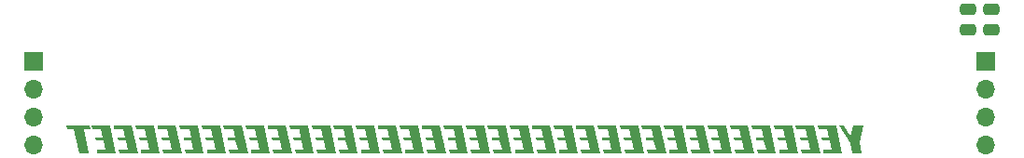
<source format=gbr>
%TF.GenerationSoftware,KiCad,Pcbnew,6.0.9*%
%TF.CreationDate,2023-02-18T01:22:43-08:00*%
%TF.ProjectId,effectpedal,65666665-6374-4706-9564-616c2e6b6963,rev?*%
%TF.SameCoordinates,Original*%
%TF.FileFunction,Soldermask,Bot*%
%TF.FilePolarity,Negative*%
%FSLAX46Y46*%
G04 Gerber Fmt 4.6, Leading zero omitted, Abs format (unit mm)*
G04 Created by KiCad (PCBNEW 6.0.9) date 2023-02-18 01:22:43*
%MOMM*%
%LPD*%
G01*
G04 APERTURE LIST*
G04 Aperture macros list*
%AMRoundRect*
0 Rectangle with rounded corners*
0 $1 Rounding radius*
0 $2 $3 $4 $5 $6 $7 $8 $9 X,Y pos of 4 corners*
0 Add a 4 corners polygon primitive as box body*
4,1,4,$2,$3,$4,$5,$6,$7,$8,$9,$2,$3,0*
0 Add four circle primitives for the rounded corners*
1,1,$1+$1,$2,$3*
1,1,$1+$1,$4,$5*
1,1,$1+$1,$6,$7*
1,1,$1+$1,$8,$9*
0 Add four rect primitives between the rounded corners*
20,1,$1+$1,$2,$3,$4,$5,0*
20,1,$1+$1,$4,$5,$6,$7,0*
20,1,$1+$1,$6,$7,$8,$9,0*
20,1,$1+$1,$8,$9,$2,$3,0*%
G04 Aperture macros list end*
%ADD10R,1.700000X1.700000*%
%ADD11O,1.700000X1.700000*%
%ADD12RoundRect,0.250000X-0.475000X0.250000X-0.475000X-0.250000X0.475000X-0.250000X0.475000X0.250000X0*%
%ADD13RoundRect,0.250000X0.475000X-0.250000X0.475000X0.250000X-0.475000X0.250000X-0.475000X-0.250000X0*%
G04 APERTURE END LIST*
%TO.C,kibuzzard-63DF0D96*%
G36*
X118320656Y-182362078D02*
G01*
X116649813Y-182362078D01*
X116590281Y-182056484D01*
X117399906Y-182056484D01*
X117217344Y-181207172D01*
X116538688Y-181207172D01*
X116475188Y-180909516D01*
X117153844Y-180909516D01*
X116987156Y-180143547D01*
X116177531Y-180143547D01*
X116114031Y-179841922D01*
X117784875Y-179841922D01*
X118320656Y-182362078D01*
G37*
G36*
X94365281Y-182362078D02*
G01*
X92694438Y-182362078D01*
X92634906Y-182056484D01*
X93444531Y-182056484D01*
X93261969Y-181207172D01*
X92583313Y-181207172D01*
X92519812Y-180909516D01*
X93198469Y-180909516D01*
X93031781Y-180143547D01*
X92222156Y-180143547D01*
X92158656Y-179841922D01*
X93829500Y-179841922D01*
X94365281Y-182362078D01*
G37*
G36*
X112331813Y-182362078D02*
G01*
X110660969Y-182362078D01*
X110601438Y-182056484D01*
X111411063Y-182056484D01*
X111228500Y-181207172D01*
X110549844Y-181207172D01*
X110486344Y-180909516D01*
X111165000Y-180909516D01*
X110998313Y-180143547D01*
X110188688Y-180143547D01*
X110125188Y-179841922D01*
X111796031Y-179841922D01*
X112331813Y-182362078D01*
G37*
G36*
X82387594Y-182362078D02*
G01*
X80716750Y-182362078D01*
X80657219Y-182056484D01*
X81466844Y-182056484D01*
X81284281Y-181207172D01*
X80605625Y-181207172D01*
X80542125Y-180909516D01*
X81220781Y-180909516D01*
X81054094Y-180143547D01*
X80244469Y-180143547D01*
X80180969Y-179841922D01*
X81851812Y-179841922D01*
X82387594Y-182362078D01*
G37*
G36*
X122313219Y-182362078D02*
G01*
X120642375Y-182362078D01*
X120582844Y-182056484D01*
X121392469Y-182056484D01*
X121209906Y-181207172D01*
X120531250Y-181207172D01*
X120467750Y-180909516D01*
X121146406Y-180909516D01*
X120979719Y-180143547D01*
X120170094Y-180143547D01*
X120106594Y-179841922D01*
X121777438Y-179841922D01*
X122313219Y-182362078D01*
G37*
G36*
X100354125Y-182362078D02*
G01*
X98683281Y-182362078D01*
X98623750Y-182056484D01*
X99433375Y-182056484D01*
X99250813Y-181207172D01*
X98572156Y-181207172D01*
X98508656Y-180909516D01*
X99187312Y-180909516D01*
X99020625Y-180143547D01*
X98211000Y-180143547D01*
X98147500Y-179841922D01*
X99818344Y-179841922D01*
X100354125Y-182362078D01*
G37*
G36*
X80391312Y-182362078D02*
G01*
X78720469Y-182362078D01*
X78660937Y-182056484D01*
X79470562Y-182056484D01*
X79288000Y-181207172D01*
X78609344Y-181207172D01*
X78545844Y-180909516D01*
X79224500Y-180909516D01*
X79057812Y-180143547D01*
X78248187Y-180143547D01*
X78184687Y-179841922D01*
X79855531Y-179841922D01*
X80391312Y-182362078D01*
G37*
G36*
X114328094Y-182362078D02*
G01*
X112657250Y-182362078D01*
X112597719Y-182056484D01*
X113407344Y-182056484D01*
X113224781Y-181207172D01*
X112546125Y-181207172D01*
X112482625Y-180909516D01*
X113161281Y-180909516D01*
X112994594Y-180143547D01*
X112184969Y-180143547D01*
X112121469Y-179841922D01*
X113792313Y-179841922D01*
X114328094Y-182362078D01*
G37*
G36*
X86380156Y-182362078D02*
G01*
X84709313Y-182362078D01*
X84649781Y-182056484D01*
X85459406Y-182056484D01*
X85276844Y-181207172D01*
X84598187Y-181207172D01*
X84534687Y-180909516D01*
X85213344Y-180909516D01*
X85046656Y-180143547D01*
X84237031Y-180143547D01*
X84173531Y-179841922D01*
X85844375Y-179841922D01*
X86380156Y-182362078D01*
G37*
G36*
X78395031Y-182362078D02*
G01*
X76724187Y-182362078D01*
X76664656Y-182056484D01*
X77474281Y-182056484D01*
X77291719Y-181207172D01*
X76613062Y-181207172D01*
X76549562Y-180909516D01*
X77228219Y-180909516D01*
X77061531Y-180143547D01*
X76251906Y-180143547D01*
X76188406Y-179841922D01*
X77859250Y-179841922D01*
X78395031Y-182362078D01*
G37*
G36*
X84383875Y-182362078D02*
G01*
X82713031Y-182362078D01*
X82653500Y-182056484D01*
X83463125Y-182056484D01*
X83280562Y-181207172D01*
X82601906Y-181207172D01*
X82538406Y-180909516D01*
X83217063Y-180909516D01*
X83050375Y-180143547D01*
X82240750Y-180143547D01*
X82177250Y-179841922D01*
X83848094Y-179841922D01*
X84383875Y-182362078D01*
G37*
G36*
X136287188Y-182362078D02*
G01*
X134616344Y-182362078D01*
X134556813Y-182056484D01*
X135366438Y-182056484D01*
X135183875Y-181207172D01*
X134505219Y-181207172D01*
X134441719Y-180909516D01*
X135120375Y-180909516D01*
X134953688Y-180143547D01*
X134144063Y-180143547D01*
X134080563Y-179841922D01*
X135751406Y-179841922D01*
X136287188Y-182362078D01*
G37*
G36*
X124309500Y-182362078D02*
G01*
X122638656Y-182362078D01*
X122579125Y-182056484D01*
X123388750Y-182056484D01*
X123206188Y-181207172D01*
X122527531Y-181207172D01*
X122464031Y-180909516D01*
X123142688Y-180909516D01*
X122976000Y-180143547D01*
X122166375Y-180143547D01*
X122102875Y-179841922D01*
X123773719Y-179841922D01*
X124309500Y-182362078D01*
G37*
G36*
X116324375Y-182362078D02*
G01*
X114653531Y-182362078D01*
X114594000Y-182056484D01*
X115403625Y-182056484D01*
X115221063Y-181207172D01*
X114542406Y-181207172D01*
X114478906Y-180909516D01*
X115157563Y-180909516D01*
X114990875Y-180143547D01*
X114181250Y-180143547D01*
X114117750Y-179841922D01*
X115788594Y-179841922D01*
X116324375Y-182362078D01*
G37*
G36*
X96361562Y-182362078D02*
G01*
X94690719Y-182362078D01*
X94631187Y-182056484D01*
X95440812Y-182056484D01*
X95258250Y-181207172D01*
X94579594Y-181207172D01*
X94516094Y-180909516D01*
X95194750Y-180909516D01*
X95028063Y-180143547D01*
X94218437Y-180143547D01*
X94154937Y-179841922D01*
X95825781Y-179841922D01*
X96361562Y-182362078D01*
G37*
G36*
X108339250Y-182362078D02*
G01*
X106668406Y-182362078D01*
X106608875Y-182056484D01*
X107418500Y-182056484D01*
X107235938Y-181207172D01*
X106557281Y-181207172D01*
X106493781Y-180909516D01*
X107172438Y-180909516D01*
X107005750Y-180143547D01*
X106196125Y-180143547D01*
X106132625Y-179841922D01*
X107803469Y-179841922D01*
X108339250Y-182362078D01*
G37*
G36*
X72406187Y-182362078D02*
G01*
X70735344Y-182362078D01*
X70675812Y-182056484D01*
X71485437Y-182056484D01*
X71302875Y-181207172D01*
X70624219Y-181207172D01*
X70560719Y-180909516D01*
X71239375Y-180909516D01*
X71072687Y-180143547D01*
X70263062Y-180143547D01*
X70199562Y-179841922D01*
X71870406Y-179841922D01*
X72406187Y-182362078D01*
G37*
G36*
X90372719Y-182362078D02*
G01*
X88701875Y-182362078D01*
X88642344Y-182056484D01*
X89451969Y-182056484D01*
X89269406Y-181207172D01*
X88590750Y-181207172D01*
X88527250Y-180909516D01*
X89205906Y-180909516D01*
X89039219Y-180143547D01*
X88229594Y-180143547D01*
X88166094Y-179841922D01*
X89836938Y-179841922D01*
X90372719Y-182362078D01*
G37*
G36*
X70409906Y-182362078D02*
G01*
X68739062Y-182362078D01*
X68679531Y-182056484D01*
X69489156Y-182056484D01*
X69306594Y-181207172D01*
X68627937Y-181207172D01*
X68564437Y-180909516D01*
X69243094Y-180909516D01*
X69076406Y-180143547D01*
X68266781Y-180143547D01*
X68203281Y-179841922D01*
X69874125Y-179841922D01*
X70409906Y-182362078D01*
G37*
G36*
X74402469Y-182362078D02*
G01*
X72731625Y-182362078D01*
X72672094Y-182056484D01*
X73481719Y-182056484D01*
X73299156Y-181207172D01*
X72620500Y-181207172D01*
X72557000Y-180909516D01*
X73235656Y-180909516D01*
X73068969Y-180143547D01*
X72259344Y-180143547D01*
X72195844Y-179841922D01*
X73866687Y-179841922D01*
X74402469Y-182362078D01*
G37*
G36*
X68123906Y-180143547D02*
G01*
X67492875Y-180143547D01*
X67965156Y-182362078D01*
X67107906Y-182362078D01*
X66635625Y-180143547D01*
X65996656Y-180143547D01*
X65929187Y-179841922D01*
X68052469Y-179841922D01*
X68123906Y-180143547D01*
G37*
G36*
X102350406Y-182362078D02*
G01*
X100679562Y-182362078D01*
X100620031Y-182056484D01*
X101429656Y-182056484D01*
X101247094Y-181207172D01*
X100568437Y-181207172D01*
X100504938Y-180909516D01*
X101183594Y-180909516D01*
X101016906Y-180143547D01*
X100207281Y-180143547D01*
X100143781Y-179841922D01*
X101814625Y-179841922D01*
X102350406Y-182362078D01*
G37*
G36*
X98357844Y-182362078D02*
G01*
X96687000Y-182362078D01*
X96627469Y-182056484D01*
X97437094Y-182056484D01*
X97254531Y-181207172D01*
X96575875Y-181207172D01*
X96512375Y-180909516D01*
X97191031Y-180909516D01*
X97024344Y-180143547D01*
X96214719Y-180143547D01*
X96151219Y-179841922D01*
X97822062Y-179841922D01*
X98357844Y-182362078D01*
G37*
G36*
X92369000Y-182362078D02*
G01*
X90698156Y-182362078D01*
X90638625Y-182056484D01*
X91448250Y-182056484D01*
X91265687Y-181207172D01*
X90587031Y-181207172D01*
X90523531Y-180909516D01*
X91202188Y-180909516D01*
X91035500Y-180143547D01*
X90225875Y-180143547D01*
X90162375Y-179841922D01*
X91833219Y-179841922D01*
X92369000Y-182362078D01*
G37*
G36*
X137017438Y-180838078D02*
G01*
X137287313Y-179841922D01*
X138239813Y-179841922D01*
X137850875Y-181342109D01*
X138069156Y-182362078D01*
X137207938Y-182362078D01*
X137005531Y-181409578D01*
X135993500Y-179841922D01*
X136422125Y-179841922D01*
X137017438Y-180838078D01*
G37*
G36*
X134290906Y-182362078D02*
G01*
X132620063Y-182362078D01*
X132560531Y-182056484D01*
X133370156Y-182056484D01*
X133187594Y-181207172D01*
X132508938Y-181207172D01*
X132445438Y-180909516D01*
X133124094Y-180909516D01*
X132957406Y-180143547D01*
X132147781Y-180143547D01*
X132084281Y-179841922D01*
X133755125Y-179841922D01*
X134290906Y-182362078D01*
G37*
G36*
X130298344Y-182362078D02*
G01*
X128627500Y-182362078D01*
X128567969Y-182056484D01*
X129377594Y-182056484D01*
X129195031Y-181207172D01*
X128516375Y-181207172D01*
X128452875Y-180909516D01*
X129131531Y-180909516D01*
X128964844Y-180143547D01*
X128155219Y-180143547D01*
X128091719Y-179841922D01*
X129762563Y-179841922D01*
X130298344Y-182362078D01*
G37*
G36*
X76398750Y-182362078D02*
G01*
X74727906Y-182362078D01*
X74668375Y-182056484D01*
X75478000Y-182056484D01*
X75295437Y-181207172D01*
X74616781Y-181207172D01*
X74553281Y-180909516D01*
X75231938Y-180909516D01*
X75065250Y-180143547D01*
X74255625Y-180143547D01*
X74192125Y-179841922D01*
X75862969Y-179841922D01*
X76398750Y-182362078D01*
G37*
G36*
X88376438Y-182362078D02*
G01*
X86705594Y-182362078D01*
X86646062Y-182056484D01*
X87455688Y-182056484D01*
X87273125Y-181207172D01*
X86594469Y-181207172D01*
X86530969Y-180909516D01*
X87209625Y-180909516D01*
X87042937Y-180143547D01*
X86233313Y-180143547D01*
X86169813Y-179841922D01*
X87840656Y-179841922D01*
X88376438Y-182362078D01*
G37*
G36*
X104346688Y-182362078D02*
G01*
X102675844Y-182362078D01*
X102616313Y-182056484D01*
X103425937Y-182056484D01*
X103243375Y-181207172D01*
X102564719Y-181207172D01*
X102501219Y-180909516D01*
X103179875Y-180909516D01*
X103013188Y-180143547D01*
X102203562Y-180143547D01*
X102140063Y-179841922D01*
X103810906Y-179841922D01*
X104346688Y-182362078D01*
G37*
G36*
X120316938Y-182362078D02*
G01*
X118646094Y-182362078D01*
X118586563Y-182056484D01*
X119396188Y-182056484D01*
X119213625Y-181207172D01*
X118534969Y-181207172D01*
X118471469Y-180909516D01*
X119150125Y-180909516D01*
X118983438Y-180143547D01*
X118173813Y-180143547D01*
X118110313Y-179841922D01*
X119781156Y-179841922D01*
X120316938Y-182362078D01*
G37*
G36*
X128302063Y-182362078D02*
G01*
X126631219Y-182362078D01*
X126571688Y-182056484D01*
X127381313Y-182056484D01*
X127198750Y-181207172D01*
X126520094Y-181207172D01*
X126456594Y-180909516D01*
X127135250Y-180909516D01*
X126968563Y-180143547D01*
X126158938Y-180143547D01*
X126095438Y-179841922D01*
X127766281Y-179841922D01*
X128302063Y-182362078D01*
G37*
G36*
X132294625Y-182362078D02*
G01*
X130623781Y-182362078D01*
X130564250Y-182056484D01*
X131373875Y-182056484D01*
X131191313Y-181207172D01*
X130512656Y-181207172D01*
X130449156Y-180909516D01*
X131127813Y-180909516D01*
X130961125Y-180143547D01*
X130151500Y-180143547D01*
X130088000Y-179841922D01*
X131758844Y-179841922D01*
X132294625Y-182362078D01*
G37*
G36*
X110335531Y-182362078D02*
G01*
X108664688Y-182362078D01*
X108605156Y-182056484D01*
X109414781Y-182056484D01*
X109232219Y-181207172D01*
X108553563Y-181207172D01*
X108490063Y-180909516D01*
X109168719Y-180909516D01*
X109002031Y-180143547D01*
X108192406Y-180143547D01*
X108128906Y-179841922D01*
X109799750Y-179841922D01*
X110335531Y-182362078D01*
G37*
G36*
X126305781Y-182362078D02*
G01*
X124634938Y-182362078D01*
X124575406Y-182056484D01*
X125385031Y-182056484D01*
X125202469Y-181207172D01*
X124523813Y-181207172D01*
X124460313Y-180909516D01*
X125138969Y-180909516D01*
X124972281Y-180143547D01*
X124162656Y-180143547D01*
X124099156Y-179841922D01*
X125770000Y-179841922D01*
X126305781Y-182362078D01*
G37*
G36*
X106342969Y-182362078D02*
G01*
X104672125Y-182362078D01*
X104612594Y-182056484D01*
X105422219Y-182056484D01*
X105239656Y-181207172D01*
X104561000Y-181207172D01*
X104497500Y-180909516D01*
X105176156Y-180909516D01*
X105009469Y-180143547D01*
X104199844Y-180143547D01*
X104136344Y-179841922D01*
X105807188Y-179841922D01*
X106342969Y-182362078D01*
G37*
%TD*%
D10*
%TO.C,J19*%
X62968500Y-173990000D03*
D11*
X62968500Y-176530000D03*
X62968500Y-179070000D03*
X62968500Y-181610000D03*
%TD*%
D12*
%TO.C,C17*%
X147677500Y-169230000D03*
X147677500Y-171130000D03*
%TD*%
D10*
%TO.C,J20*%
X149328500Y-173990000D03*
D11*
X149328500Y-176530000D03*
X149328500Y-179070000D03*
X149328500Y-181610000D03*
%TD*%
D13*
%TO.C,C18*%
X149836500Y-171130000D03*
X149836500Y-169230000D03*
%TD*%
M02*

</source>
